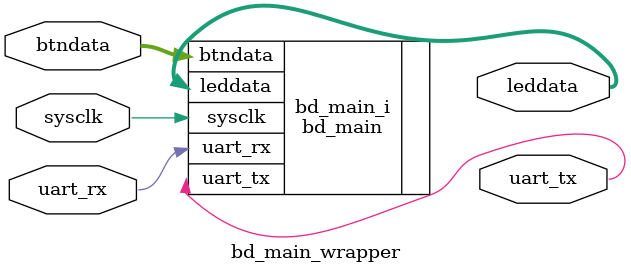
<source format=v>
`timescale 1 ps / 1 ps

module bd_main_wrapper
   (btndata,
    leddata,
    sysclk,
    uart_rx,
    uart_tx);
  input [1:0]btndata;
  output [1:0]leddata;
  input sysclk;
  input uart_rx;
  output uart_tx;

  wire [1:0]btndata;
  wire [1:0]leddata;
  wire sysclk;
  wire uart_rx;
  wire uart_tx;

  bd_main bd_main_i
       (.btndata(btndata),
        .leddata(leddata),
        .sysclk(sysclk),
        .uart_rx(uart_rx),
        .uart_tx(uart_tx));
endmodule

</source>
